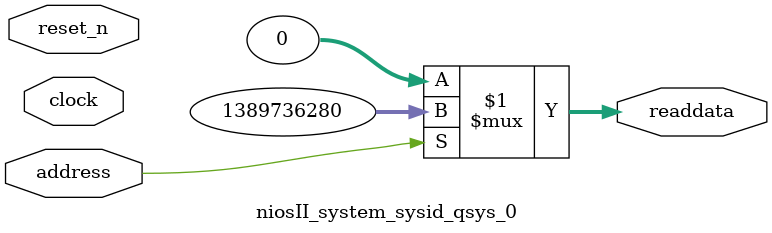
<source format=v>

`timescale 1ns / 1ps
// synthesis translate_on

// turn off superfluous verilog processor warnings 
// altera message_level Level1 
// altera message_off 10034 10035 10036 10037 10230 10240 10030 

module niosII_system_sysid_qsys_0 (
               // inputs:
                address,
                clock,
                reset_n,

               // outputs:
                readdata
             )
;

  output  [ 31: 0] readdata;
  input            address;
  input            clock;
  input            reset_n;

  wire    [ 31: 0] readdata;
  //control_slave, which is an e_avalon_slave
  assign readdata = address ? 1389736280 : 0;

endmodule




</source>
